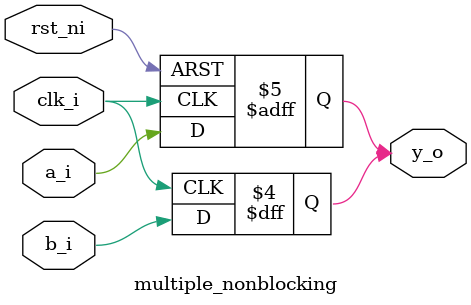
<source format=sv>
module multiple_nonblocking (
  input logic clk_i,
  input logic rst_ni,
  input logic a_i,
  input logic b_i,
  output logic y_o
);

always_ff @(posedge clk_i or negedge rst_ni) begin
  if (!rst_ni) begin
    y_o <= 1'b0;
  end else begin
    y_o <= a_i;
  end
end

always_ff @(posedge clk_i) begin
  y_o <= b_i;
end

endmodule

</source>
